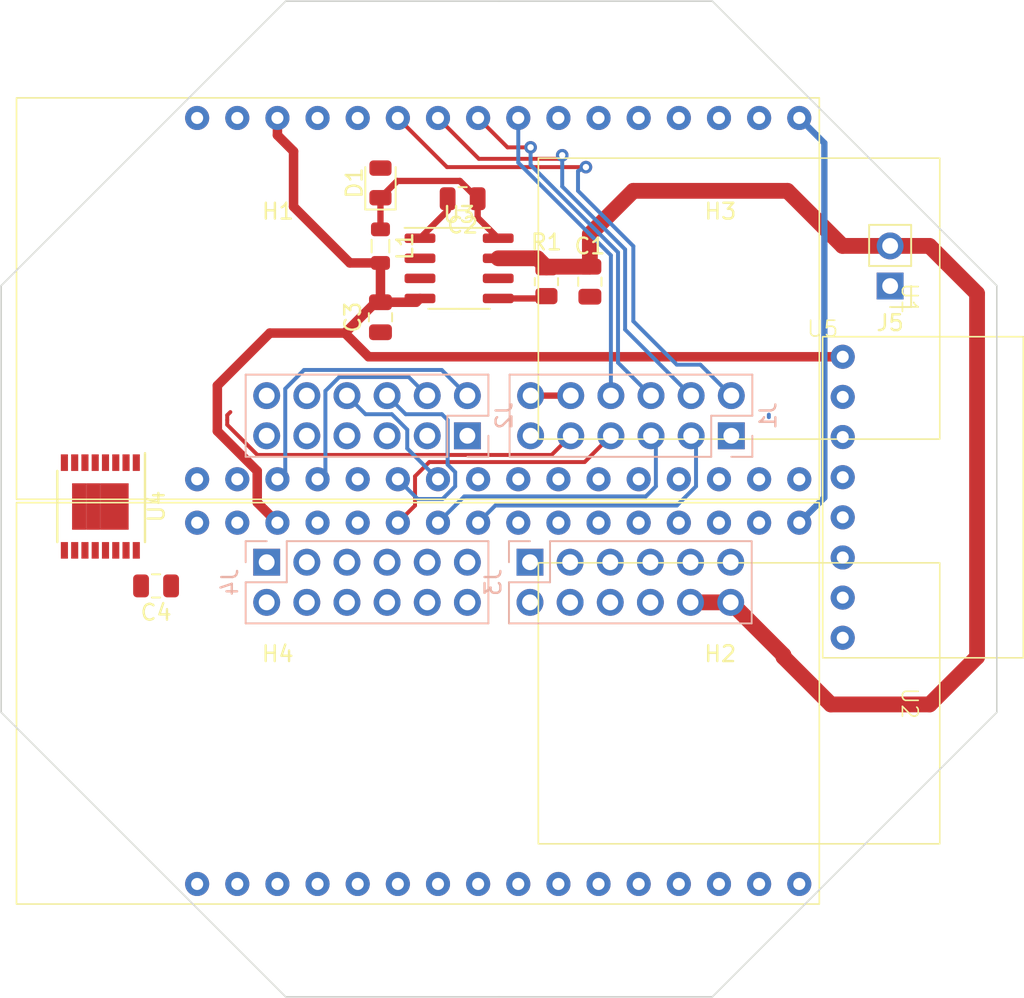
<source format=kicad_pcb>
(kicad_pcb (version 20221018) (generator pcbnew)
  (layers (0 "F.Cu" signal) (31 "B.Cu" signal) (34 "B.Paste" user) (35 "F.Paste" user) (36 "B.SilkS" user "B.Silkscreen") (37 "F.SilkS" user "F.Silkscreen") (38 "B.Mask" user) (39 "F.Mask" user) (44 "Edge.Cuts" user))
  (net 0 "")
  (net 1 "+12V")
  (net 2 "GND")
  (net 3 "Net-(D1-K)")
  (net 4 "Net-(U3-CB)")
  (net 5 "+5V")
  (net 6 "/INA_00")
  (net 7 "/EA_00")
  (net 8 "/INB_00")
  (net 9 "/EB_00")
  (net 10 "/INA_01")
  (net 11 "/EA_01")
  (net 12 "/INB_01")
  (net 13 "/EB_01")
  (net 14 "/SW_00")
  (net 15 "+3.3V")
  (net 16 "/SW_01")
  (net 17 "/INA_20")
  (net 18 "/EA_20")
  (net 19 "/INB_20")
  (net 20 "/EB_20")
  (net 21 "/INA_21")
  (net 22 "/EA_21")
  (net 23 "/INB_21")
  (net 24 "/EB_21")
  (net 25 "/SW_20")
  (net 26 "/SW_21")
  (net 27 "/INA_10")
  (net 28 "/EA_10")
  (net 29 "/INB_10")
  (net 30 "/EB_10")
  (net 31 "/INA_11")
  (net 32 "/EA_11")
  (net 33 "/INB_11")
  (net 34 "/EB_11")
  (net 35 "/SW_10")
  (net 36 "/SW_11")
  (net 37 "/INA_30")
  (net 38 "/EA_30")
  (net 39 "/INB_30")
  (net 40 "/EB_30")
  (net 41 "/INA_31")
  (net 42 "/EA_31")
  (net 43 "/INB_31")
  (net 44 "/EB_31")
  (net 45 "/SW_30")
  (net 46 "/SW_31")
  (net 47 "Net-(U3-ON{slash}~{OFF})")
  (net 48 "/SCL")
  (net 49 "/SDA")
  (net 56 "/GPIO15")
  (net 57 "/GPIO16")
  (net 58 "/GPIO17")
  (net 59 "/GPIO22")
  (net 60 "/GPIO23")
  (footprint "MountingHole:MountingHole_3.2mm_M3" (layer "F.Cu") (at 76.76 80.75)
    (fp_text reference "H1" (at 0 -4.2) (layer "F.SilkS"))
    (fp_text value "MountingHole")
    (pad "" np_thru_hole circle (at 0 0) (size 3.2 3.2) (drill 3.2) (layers "*.Cu" "*.Mask"))
  )
  (footprint "Inductor_SMD:L_0805_2012Metric" (layer "F.Cu") (at 83.25 78.75 -90)
    (fp_text reference "L1" (at 0 -1.55 90) (layer "F.SilkS"))
    (fp_text value "47uH")
    (fp_line (start -0.399622 -0.56) (end 0.399622 -0.56) (stroke (width 0.12)) (layer "F.SilkS"))
    (fp_line (start -0.399622 0.56) (end 0.399622 0.56) (stroke (width 0.12)) (layer "F.SilkS"))
    (pad "1" smd roundrect (at -1.0625 0 270) (size 0.875 1.2) (layers "F.Cu" "F.Paste" "F.Mask") (net 3 "Net-(D1-K)"))
    (pad "2" smd roundrect (at 1.0625 0 270) (size 0.875 1.2) (layers "F.Cu" "F.Paste" "F.Mask") (net 5 "+5V"))
  )
  (footprint "Connector_PinHeader_2.54mm:PinHeader_1x02_P2.54mm_Vertical" (layer "F.Cu") (at 115.5 81.275 180)
    (fp_text reference "J5" (at 0 -2.33) (layer "F.SilkS"))
    (fp_text value "Conn_01x02")
    (fp_line (start -1.33 -1.33) (end 0 -1.33) (stroke (width 0.12)) (layer "F.SilkS"))
    (fp_line (start -1.33 0) (end -1.33 -1.33) (stroke (width 0.12)) (layer "F.SilkS"))
    (fp_line (start -1.33 1.27) (end -1.33 3.87) (stroke (width 0.12)) (layer "F.SilkS"))
    (fp_line (start -1.33 1.27) (end 1.33 1.27) (stroke (width 0.12)) (layer "F.SilkS"))
    (fp_line (start -1.33 3.87) (end 1.33 3.87) (stroke (width 0.12)) (layer "F.SilkS"))
    (fp_line (start 1.33 1.27) (end 1.33 3.87) (stroke (width 0.12)) (layer "F.SilkS"))
    (pad "1" thru_hole rect (at 0 0 180) (size 1.7 1.7) (drill 1) (layers "*.Cu" "*.Mask") (net 2 "GND"))
    (pad "2" thru_hole oval (at 0 2.54 180) (size 1.7 1.7) (drill 1) (layers "*.Cu" "*.Mask") (net 1 "+12V"))
  )
  (footprint "Diode_SMD:D_0805_2012Metric" (layer "F.Cu") (at 83.25 74.75 90)
    (fp_text reference "D1" (at 0 -1.65 90) (layer "F.SilkS"))
    (fp_text value "D")
    (fp_line (start -1.685 -0.96) (end -1.685 0.96) (stroke (width 0.12)) (layer "F.SilkS"))
    (fp_line (start -1.685 0.96) (end 1 0.96) (stroke (width 0.12)) (layer "F.SilkS"))
    (fp_line (start 1 -0.96) (end -1.685 -0.96) (stroke (width 0.12)) (layer "F.SilkS"))
    (pad "1" smd roundrect (at -0.9375 0 90) (size 0.975 1.4) (layers "F.Cu" "F.Paste" "F.Mask") (net 3 "Net-(D1-K)"))
    (pad "2" smd roundrect (at 0.9375 0 90) (size 0.975 1.4) (layers "F.Cu" "F.Paste" "F.Mask") (net 2 "GND"))
  )
  (footprint "Capacitor_SMD:C_0805_2012Metric" (layer "F.Cu") (at 69.05 100.25 180)
    (fp_text reference "C4" (at 0 -1.68) (layer "F.SilkS"))
    (fp_text value "10uF")
    (fp_line (start -0.261252 -0.735) (end 0.261252 -0.735) (stroke (width 0.12)) (layer "F.SilkS"))
    (fp_line (start -0.261252 0.735) (end 0.261252 0.735) (stroke (width 0.12)) (layer "F.SilkS"))
    (pad "1" smd roundrect (at -0.95 0 180) (size 1 1.45) (layers "F.Cu" "F.Paste" "F.Mask") (net 2 "GND"))
    (pad "2" smd roundrect (at 0.95 0 180) (size 1 1.45) (layers "F.Cu" "F.Paste" "F.Mask") (net 5 "+5V"))
  )
  (footprint "Capacitor_SMD:C_0805_2012Metric" (layer "F.Cu") (at 83.25 83.25 -90)
    (fp_text reference "C3" (at 0 1.75 90) (layer "F.SilkS"))
    (fp_text value "68uF")
    (fp_line (start -0.261252 -0.735) (end 0.261252 -0.735) (stroke (width 0.12)) (layer "F.SilkS"))
    (fp_line (start -0.261252 0.735) (end 0.261252 0.735) (stroke (width 0.12)) (layer "F.SilkS"))
    (pad "1" smd roundrect (at -0.95 0 270) (size 1 1.45) (layers "F.Cu" "F.Paste" "F.Mask") (net 5 "+5V"))
    (pad "2" smd roundrect (at 0.95 0 270) (size 1 1.45) (layers "F.Cu" "F.Paste" "F.Mask") (net 2 "GND"))
  )
  (footprint "Package_SO:SOIC-8_3.9x4.9mm_P1.27mm" (layer "F.Cu") (at 88.225 80.155)
    (fp_text reference "U3" (at 0 -3.4) (layer "F.SilkS"))
    (fp_text value "LM2675M-5")
    (fp_line (start 0 -2.56) (end -3.45 -2.56) (stroke (width 0.12)) (layer "F.SilkS"))
    (fp_line (start 0 -2.56) (end 1.95 -2.56) (stroke (width 0.12)) (layer "F.SilkS"))
    (fp_line (start 0 2.56) (end -1.95 2.56) (stroke (width 0.12)) (layer "F.SilkS"))
    (fp_line (start 0 2.56) (end 1.95 2.56) (stroke (width 0.12)) (layer "F.SilkS"))
    (pad "1" smd roundrect (at -2.475 -1.905) (size 1.95 0.6) (layers "F.Cu" "F.Paste" "F.Mask") (net 4 "Net-(U3-CB)"))
    (pad "2" smd roundrect (at -2.475 -0.635) (size 1.95 0.6) (layers "F.Cu" "F.Paste" "F.Mask"))
    (pad "3" smd roundrect (at -2.475 0.635) (size 1.95 0.6) (layers "F.Cu" "F.Paste" "F.Mask"))
    (pad "4" smd roundrect (at -2.475 1.905) (size 1.95 0.6) (layers "F.Cu" "F.Paste" "F.Mask") (net 5 "+5V"))
    (pad "5" smd roundrect (at 2.475 1.905) (size 1.95 0.6) (layers "F.Cu" "F.Paste" "F.Mask") (net 47 "Net-(U3-ON{slash}~{OFF})"))
    (pad "6" smd roundrect (at 2.475 0.635) (size 1.95 0.6) (layers "F.Cu" "F.Paste" "F.Mask") (net 2 "GND"))
    (pad "7" smd roundrect (at 2.475 -0.635) (size 1.95 0.6) (layers "F.Cu" "F.Paste" "F.Mask") (net 1 "+12V"))
    (pad "8" smd roundrect (at 2.475 -1.905) (size 1.95 0.6) (layers "F.Cu" "F.Paste" "F.Mask") (net 3 "Net-(D1-K)"))
  )
  (footprint "Resistor_SMD:R_0805_2012Metric" (layer "F.Cu") (at 93.75 81 -90)
    (fp_text reference "R1" (at -2.5 0 -180) (layer "F.SilkS"))
    (fp_text value "5k")
    (fp_line (start -0.227064 -0.735) (end 0.227064 -0.735) (stroke (width 0.12)) (layer "F.SilkS"))
    (fp_line (start -0.227064 0.735) (end 0.227064 0.735) (stroke (width 0.12)) (layer "F.SilkS"))
    (pad "1" smd roundrect (at -0.9125 0 270) (size 1.025 1.4) (layers "F.Cu" "F.Paste" "F.Mask") (roundrect_rratio 0.243902) (net 1 "+12V"))
    (pad "2" smd roundrect (at 0.9125 0 270) (size 1.025 1.4) (layers "F.Cu" "F.Paste" "F.Mask") (roundrect_rratio 0.243902) (net 47 "Net-(U3-ON{slash}~{OFF})"))
  )
  (footprint "MountingHole:MountingHole_3.2mm_M3" (layer "F.Cu") (at 76.75 108.75)
    (fp_text reference "H4" (at 0 -4.2) (layer "F.SilkS"))
    (fp_text value "MountingHole")
    (pad "" np_thru_hole circle (at 0 0) (size 3.2 3.2) (drill 3.2) (layers "*.Cu" "*.Mask"))
  )
  (footprint "Capacitor_SMD:C_0805_2012Metric" (layer "F.Cu") (at 88.45 75.75 180)
    (fp_text reference "C2" (at 0 -1.68) (layer "F.SilkS"))
    (fp_text value "10nF")
    (fp_line (start -0.261252 -0.735) (end 0.261252 -0.735) (stroke (width 0.12)) (layer "F.SilkS"))
    (fp_line (start -0.261252 0.735) (end 0.261252 0.735) (stroke (width 0.12)) (layer "F.SilkS"))
    (pad "1" smd roundrect (at -0.95 0 180) (size 1 1.45) (layers "F.Cu" "F.Paste" "F.Mask") (net 3 "Net-(D1-K)"))
    (pad "2" smd roundrect (at 0.95 0 180) (size 1 1.45) (layers "F.Cu" "F.Paste" "F.Mask") (net 4 "Net-(U3-CB)"))
  )
  (footprint "Capacitor_SMD:C_0805_2012Metric" (layer "F.Cu") (at 96.5 81 -90)
    (fp_text reference "C1" (at -2.25 0 -180) (layer "F.SilkS"))
    (fp_text value "100uF")
    (fp_line (start -0.261252 -0.735) (end 0.261252 -0.735) (stroke (width 0.12)) (layer "F.SilkS"))
    (fp_line (start -0.261252 0.735) (end 0.261252 0.735) (stroke (width 0.12)) (layer "F.SilkS"))
    (pad "1" smd roundrect (at -0.95 0 270) (size 1 1.45) (layers "F.Cu" "F.Paste" "F.Mask") (net 1 "+12V"))
    (pad "2" smd roundrect (at 0.95 0 270) (size 1 1.45) (layers "F.Cu" "F.Paste" "F.Mask") (net 2 "GND"))
  )
  (footprint "MountingHole:MountingHole_3.2mm_M3" (layer "F.Cu") (at 104.75 108.75)
    (fp_text reference "H2" (at 0 -4.2) (layer "F.SilkS"))
    (fp_text value "MountingHole")
    (pad "" np_thru_hole circle (at 0 0) (size 3.2 3.2) (drill 3.2) (layers "*.Cu" "*.Mask"))
  )
  (footprint "MountingHole:MountingHole_3.2mm_M3" (layer "F.Cu") (at 104.76 80.75)
    (fp_text reference "H3" (at 0 -4.2) (layer "F.SilkS"))
    (fp_text value "MountingHole")
    (pad "" np_thru_hole circle (at 0 0) (size 3.2 3.2) (drill 3.2) (layers "*.Cu" "*.Mask"))
  )
  (footprint "Package_SO:TSSOP-16-1EP_4.4x5mm_P0.65mm" (layer "F.Cu") (at 65.525 95.225 -90)
    (fp_text reference "U4" (at 0 -3.55 90) (layer "F.SilkS"))
    (fp_text value "~")
    (fp_line (start -3.375 -2.825) (end 2.25 -2.825) (stroke (width 0.15)) (layer "F.SilkS"))
    (fp_line (start -2.25 2.725) (end 2.25 2.725) (stroke (width 0.15)) (layer "F.SilkS"))
    (pad "1" smd rect (at -2.775 -2.275 270) (size 1.05 0.45) (layers "F.Cu" "F.Paste" "F.Mask") (net 25 "/SW_20"))
    (pad "2" smd rect (at -2.775 -1.625 270) (size 1.05 0.45) (layers "F.Cu" "F.Paste" "F.Mask") (net 45 "/SW_30"))
    (pad "3" smd rect (at -2.775 -0.975 270) (size 1.05 0.45) (layers "F.Cu" "F.Paste" "F.Mask") (net 59 "/GPIO22"))
    (pad "4" smd rect (at -2.775 -0.325 270) (size 1.05 0.45) (layers "F.Cu" "F.Paste" "F.Mask") (net 46 "/SW_31"))
    (pad "5" smd rect (at -2.775 0.325 270) (size 1.05 0.45) (layers "F.Cu" "F.Paste" "F.Mask") (net 26 "/SW_21"))
    (pad "6" smd rect (at -2.775 0.975 270) (size 1.05 0.45) (layers "F.Cu" "F.Paste" "F.Mask") (net 2 "GND"))
    (pad "7" smd rect (at -2.775 1.625 270) (size 1.05 0.45) (layers "F.Cu" "F.Paste" "F.Mask") (net 2 "GND"))
    (pad "8" smd rect (at -2.775 2.275 270) (size 1.05 0.45) (layers "F.Cu" "F.Paste" "F.Mask") (net 2 "GND"))
    (pad "9" smd rect (at 2.775 2.275 270) (size 1.05 0.45) (layers "F.Cu" "F.Paste" "F.Mask") (net 58 "/GPIO17"))
    (pad "10" smd rect (at 2.775 1.625 270) (size 1.05 0.45) (layers "F.Cu" "F.Paste" "F.Mask") (net 56 "/GPIO15"))
    (pad "11" smd rect (at 2.775 0.975 270) (size 1.05 0.45) (layers "F.Cu" "F.Paste" "F.Mask") (net 60 "/GPIO23"))
    (pad "12" smd rect (at 2.775 0.325 270) (size 1.05 0.45) (layers "F.Cu" "F.Paste" "F.Mask") (net 36 "/SW_11"))
    (pad "13" smd rect (at 2.775 -0.325 270) (size 1.05 0.45) (layers "F.Cu" "F.Paste" "F.Mask") (net 14 "/SW_00"))
    (pad "14" smd rect (at 2.775 -0.975 270) (size 1.05 0.45) (layers "F.Cu" "F.Paste" "F.Mask") (net 16 "/SW_01"))
    (pad "15" smd rect (at 2.775 -1.625 270) (size 1.05 0.45) (layers "F.Cu" "F.Paste" "F.Mask") (net 35 "/SW_10"))
    (pad "16" smd rect (at 2.775 -2.275 270) (size 1.05 0.45) (layers "F.Cu" "F.Paste" "F.Mask") (net 5 "+5V"))
    (pad "17" smd rect (at -0.735 -1.3425 270) (size 1.47 0.895) (layers "F.Cu" "F.Paste" "F.Mask"))
    (pad "17" smd rect (at -0.735 -0.4475 270) (size 1.47 0.895) (layers "F.Cu" "F.Paste" "F.Mask"))
    (pad "17" smd rect (at -0.735 0.4475 270) (size 1.47 0.895) (layers "F.Cu" "F.Paste" "F.Mask"))
    (pad "17" smd rect (at -0.735 1.3425 270) (size 1.47 0.895) (layers "F.Cu" "F.Paste" "F.Mask"))
    (pad "17" smd rect (at 0.735 -1.3425 270) (size 1.47 0.895) (layers "F.Cu" "F.Paste" "F.Mask"))
    (pad "17" smd rect (at 0.735 -0.4475 270) (size 1.47 0.895) (layers "F.Cu" "F.Paste" "F.Mask"))
    (pad "17" smd rect (at 0.735 0.4475 270) (size 1.47 0.895) (layers "F.Cu" "F.Paste" "F.Mask"))
    (pad "17" smd rect (at 0.735 1.3425 270) (size 1.47 0.895) (layers "F.Cu" "F.Paste" "F.Mask"))
  )
  (footprint "Adafruit ESPs:ESP32-C6" (layer "F.Cu") (at 111.02 107.68 -90)
    (fp_text reference "U2" (at 0 -5.715 -90 unlocked) (layer "F.SilkS") (effects (font (thickness 0.1))))
    (fp_text value "~")
    (fp_rect (start -12.7 0) (end 12.7 50.8) (stroke (width 0.1)) (fill none) (layer "F.SilkS"))
    (fp_rect (start -8.89 -7.62) (end 8.89 17.78) (stroke (width 0.1)) (fill none) (layer "F.SilkS"))
    (pad "" thru_hole circle (at -11.43 39.37 270) (size 1.524 1.524) (drill 0.762) (layers "*.Cu" "*.Mask"))
    (pad "" thru_hole circle (at 11.43 39.37 270) (size 1.524 1.524) (drill 0.762) (layers "*.Cu" "*.Mask"))
    (pad "3V3" thru_hole circle (at -11.43 1.27 270) (size 1.524 1.524) (drill 0.762) (layers "*.Cu" "*.Mask") (net 15 "+3.3V"))
    (pad "5V" thru_hole circle (at -11.43 34.29 270) (size 1.524 1.524) (drill 0.762) (layers "*.Cu" "*.Mask") (net 5 "+5V"))
    (pad "GND" thru_hole circle (at -11.43 36.83 270) (size 1.524 1.524) (drill 0.762) (layers "*.Cu" "*.Mask") (net 2 "GND"))
    (pad "GND" thru_hole circle (at 11.43 1.27 270) (size 1.524 1.524) (drill 0.762) (layers "*.Cu" "*.Mask") (net 2 "GND"))
    (pad "GND" thru_hole circle (at 11.43 29.21 270) (size 1.524 1.524) (drill 0.762) (layers "*.Cu" "*.Mask") (net 2 "GND"))
    (pad "GND" thru_hole circle (at 11.43 36.83 270) (size 1.524 1.524) (drill 0.762) (layers "*.Cu" "*.Mask") (net 2 "GND"))
    (pad "GPIO0" thru_hole circle (at -11.43 16.51 270) (size 1.524 1.524) (drill 0.762) (layers "*.Cu" "*.Mask") (net 33 "/INB_11"))
    (pad "GPIO1" thru_hole circle (at -11.43 19.05 270) (size 1.524 1.524) (drill 0.762) (layers "*.Cu" "*.Mask") (net 6 "/INA_00"))
    (pad "GPIO2" thru_hole circle (at -11.43 29.21 270) (size 1.524 1.524) (drill 0.762) (layers "*.Cu" "*.Mask") (net 48 "/SCL"))
    (pad "GPIO3" thru_hole circle (at -11.43 31.75 270) (size 1.524 1.524) (drill 0.762) (layers "*.Cu" "*.Mask") (net 49 "/SDA"))
    (pad "GPIO4" thru_hole circle (at -11.43 6.35 270) (size 1.524 1.524) (drill 0.762) (layers "*.Cu" "*.Mask") (net 23 "/INB_21"))
    (pad "GPIO5" thru_hole circle (at -11.43 8.89 270) (size 1.524 1.524) (drill 0.762) (layers "*.Cu" "*.Mask") (net 27 "/INA_10"))
    (pad "GPIO6" thru_hole circle (at -11.43 11.43 270) (size 1.524 1.524) (drill 0.762) (layers "*.Cu" "*.Mask") (net 29 "/INB_10"))
    (pad "GPIO7" thru_hole circle (at -11.43 13.97 270) (size 1.524 1.524) (drill 0.762) (layers "*.Cu" "*.Mask") (net 31 "/INA_11"))
    (pad "GPIO8" thru_hole circle (at -11.43 21.59 270) (size 1.524 1.524) (drill 0.762) (layers "*.Cu" "*.Mask") (net 8 "/INB_00"))
    (pad "GPIO9" thru_hole circle (at 11.43 26.67 270) (size 1.524 1.524) (drill 0.762) (layers "*.Cu" "*.Mask") (net 21 "/INA_21"))
    (pad "GPIO10" thru_hole circle (at -11.43 24.13 270) (size 1.524 1.524) (drill 0.762) (layers "*.Cu" "*.Mask") (net 10 "/INA_01"))
    (pad "GPIO11" thru_hole circle (at -11.43 26.67 270) (size 1.524 1.524) (drill 0.762) (layers "*.Cu" "*.Mask") (net 12 "/INB_01"))
    (pad "GPIO12" thru_hole circle (at 11.43 34.29 270) (size 1.524 1.524) (drill 0.762) (layers "*.Cu" "*.Mask") (net 17 "/INA_20"))
    (pad "GPIO13" thru_hole circle (at 11.43 31.75 270) (size 1.524 1.524) (drill 0.762) (layers "*.Cu" "*.Mask") (net 19 "/INB_20"))
    (pad "GPIO15" thru_hole circle (at 11.43 8.89 270) (size 1.524 1.524) (drill 0.762) (layers "*.Cu" "*.Mask") (net 56 "/GPIO15"))
    (pad "GPIO16" thru_hole circle (at 11.43 3.81 270) (size 1.524 1.524) (drill 0.762) (layers "*.Cu" "*.Mask") (net 57 "/GPIO16"))
    (pad "GPIO17" thru_hole circle (at 11.43 6.35 270) (size 1.524 1.524) (drill 0.762) (layers "*.Cu" "*.Mask") (net 58 "/GPIO17"))
    (pad "GPIO18" thru_hole circle (at 11.43 24.13 270) (size 1.524 1.524) (drill 0.762) (layers "*.Cu" "*.Mask") (net 37 "/INA_30"))
    (pad "GPIO19" thru_hole circle (at 11.43 21.59 270) (size 1.524 1.524) (drill 0.762) (layers "*.Cu" "*.Mask") (net 39 "/INB_30"))
    (pad "GPIO20" thru_hole circle (at 11.43 19.05 270) (size 1.524 1.524) (drill 0.762) (layers "*.Cu" "*.Mask") (net 41 "/INA_31"))
    (pad "GPIO21" thru_hole circle (at 11.43 16.51 270) (size 1.524 1.524) (drill 0.762) (layers "*.Cu" "*.Mask") (net 43 "/INB_31"))
    (pad "GPIO22" thru_hole circle (at 11.43 13.97 270) (size 1.524 1.524) (drill 0.762) (layers "*.Cu" "*.Mask") (net 59 "/GPIO22"))
    (pad "GPIO23" thru_hole circle (at 11.43 11.43 270) (size 1.524 1.524) (drill 0.762) (layers "*.Cu" "*.Mask") (net 60 "/GPIO23"))
    (pad "RST" thru_hole circle (at -11.43 3.81 270) (size 1.524 1.524) (drill 0.762) (layers "*.Cu" "*.Mask"))
  )
  (footprint "Adafruit ESPs:ESP32-C6" (layer "F.Cu") (at 111.02 82.07 -90)
    (fp_text reference "U1" (at 0 -5.715 -90 unlocked) (layer "F.SilkS") (effects (font (thickness 0.1))))
    (fp_text value "~")
    (fp_rect (start -12.7 0) (end 12.7 50.8) (stroke (width 0.1)) (fill none) (layer "F.SilkS"))
    (fp_rect (start -8.89 -7.62) (end 8.89 17.78) (stroke (width 0.1)) (fill none) (layer "F.SilkS"))
    (pad "" thru_hole circle (at -11.43 39.37 270) (size 1.524 1.524) (drill 0.762) (layers "*.Cu" "*.Mask"))
    (pad "" thru_hole circle (at 11.43 39.37 270) (size 1.524 1.524) (drill 0.762) (layers "*.Cu" "*.Mask"))
    (pad "3V3" thru_hole circle (at -11.43 1.27 270) (size 1.524 1.524) (drill 0.762) (layers "*.Cu" "*.Mask") (net 15 "+3.3V"))
    (pad "5V" thru_hole circle (at -11.43 34.29 270) (size 1.524 1.524) (drill 0.762) (layers "*.Cu" "*.Mask") (net 5 "+5V"))
    (pad "GND" thru_hole circle (at -11.43 36.83 270) (size 1.524 1.524) (drill 0.762) (layers "*.Cu" "*.Mask") (net 2 "GND"))
    (pad "GND" thru_hole circle (at 11.43 1.27 270) (size 1.524 1.524) (drill 0.762) (layers "*.Cu" "*.Mask") (net 2 "GND"))
    (pad "GND" thru_hole circle (at 11.43 29.21 270) (size 1.524 1.524) (drill 0.762) (layers "*.Cu" "*.Mask") (net 2 "GND"))
    (pad "GND" thru_hole circle (at 11.43 36.83 270) (size 1.524 1.524) (drill 0.762) (layers "*.Cu" "*.Mask") (net 2 "GND"))
    (pad "GPIO0" thru_hole circle (at -11.43 16.51 270) (size 1.524 1.524) (drill 0.762) (layers "*.Cu" "*.Mask") (net 28 "/EA_10"))
    (pad "GPIO1" thru_hole circle (at -11.43 19.05 270) (size 1.524 1.524) (drill 0.762) (layers "*.Cu" "*.Mask") (net 13 "/EB_01"))
    (pad "GPIO2" thru_hole circle (at -11.43 29.21 270) (size 1.524 1.524) (drill 0.762) (layers "*.Cu" "*.Mask") (net 48 "/SCL"))
    (pad "GPIO3" thru_hole circle (at -11.43 31.75 270) (size 1.524 1.524) (drill 0.762) (layers "*.Cu" "*.Mask") (net 49 "/SDA"))
    (pad "GPIO4" thru_hole circle (at -11.43 6.35 270) (size 1.524 1.524) (drill 0.762) (layers "*.Cu" "*.Mask"))
    (pad "GPIO5" thru_hole circle (at -11.43 8.89 270) (size 1.524 1.524) (drill 0.762) (layers "*.Cu" "*.Mask") (net 34 "/EB_11"))
    (pad "GPIO6" thru_hole circle (at -11.43 11.43 270) (size 1.524 1.524) (drill 0.762) (layers "*.Cu" "*.Mask") (net 32 "/EA_11"))
    (pad "GPIO7" thru_hole circle (at -11.43 13.97 270) (size 1.524 1.524) (drill 0.762) (layers "*.Cu" "*.Mask") (net 30 "/EB_10"))
    (pad "GPIO8" thru_hole circle (at -11.43 21.59 270) (size 1.524 1.524) (drill 0.762) (layers "*.Cu" "*.Mask") (net 11 "/EA_01"))
    (pad "GPIO9" thru_hole circle (at 11.43 26.67 270) (size 1.524 1.524) (drill 0.762) (layers "*.Cu" "*.Mask") (net 22 "/EA_21"))
    (pad "GPIO10" thru_hole circle (at -11.43 24.13 270) (size 1.524 1.524) (drill 0.762) (layers "*.Cu" "*.Mask") (net 9 "/EB_00"))
    (pad "GPIO11" thru_hole circle (at -11.43 26.67 270) (size 1.524 1.524) (drill 0.762) (layers "*.Cu" "*.Mask") (net 7 "/EA_00"))
    (pad "GPIO12" thru_hole circle (at 11.43 34.29 270) (size 1.524 1.524) (drill 0.762) (layers "*.Cu" "*.Mask") (net 18 "/EA_20"))
    (pad "GPIO13" thru_hole circle (at 11.43 31.75 270) (size 1.524 1.524) (drill 0.762) (layers "*.Cu" "*.Mask") (net 20 "/EB_20"))
    (pad "GPIO15" thru_hole circle (at 11.43 8.89 270) (size 1.524 1.524) (drill 0.762) (layers "*.Cu" "*.Mask"))
    (pad "GPIO16" thru_hole circle (at 11.43 3.81 270) (size 1.524 1.524) (drill 0.762) (layers "*.Cu" "*.Mask"))
    (pad "GPIO17" thru_hole circle (at 11.43 6.35 270) (size 1.524 1.524) (drill 0.762) (layers "*.Cu" "*.Mask"))
    (pad "GPIO18" thru_hole circle (at 11.43 24.13 270) (size 1.524 1.524) (drill 0.762) (layers "*.Cu" "*.Mask") (net 24 "/EB_21"))
    (pad "GPIO19" thru_hole circle (at 11.43 21.59 270) (size 1.524 1.524) (drill 0.762) (layers "*.Cu" "*.Mask") (net 38 "/EA_30"))
    (pad "GPIO20" thru_hole circle (at 11.43 19.05 270) (size 1.524 1.524) (drill 0.762) (layers "*.Cu" "*.Mask") (net 40 "/EB_30"))
    (pad "GPIO21" thru_hole circle (at 11.43 16.51 270) (size 1.524 1.524) (drill 0.762) (layers "*.Cu" "*.Mask") (net 42 "/EA_31"))
    (pad "GPIO22" thru_hole circle (at 11.43 13.97 270) (size 1.524 1.524) (drill 0.762) (layers "*.Cu" "*.Mask") (net 44 "/EB_31"))
    (pad "GPIO23" thru_hole circle (at 11.43 11.43 270) (size 1.524 1.524) (drill 0.762) (layers "*.Cu" "*.Mask"))
    (pad "RST" thru_hole circle (at -11.43 3.81 270) (size 1.524 1.524) (drill 0.762) (layers "*.Cu" "*.Mask"))
  )
  (footprint "Adafruit_Sensors:BNO055" (layer "F.Cu") (at 111.23 84.48)
    (fp_text reference "U5" (at 0 -0.5 unlocked) (layer "F.SilkS") (effects (font (thickness 0.1))))
    (fp_text value "~")
    (fp_rect (start 0 0) (end 12.7 20.32) (stroke (width 0.1)) (fill none) (layer "F.SilkS"))
    (pad "ADC" thru_hole circle (at 1.27 11.43) (size 1.524 1.524) (drill 0.762) (layers "*.Cu" "*.Mask"))
    (pad "BOOT" thru_hole circle (at 1.27 16.51) (size 1.524 1.524) (drill 0.762) (layers "*.Cu" "*.Mask"))
    (pad "GND" thru_hole circle (at 1.27 3.81) (size 1.524 1.524) (drill 0.762) (layers "*.Cu" "*.Mask") (net 2 "GND"))
    (pad "INT" thru_hole circle (at 1.27 13.97) (size 1.524 1.524) (drill 0.762) (layers "*.Cu" "*.Mask"))
    (pad "RST" thru_hole circle (at 1.27 19.05) (size 1.524 1.524) (drill 0.762) (layers "*.Cu" "*.Mask"))
    (pad "SCL" thru_hole circle (at 1.27 6.35) (size 1.524 1.524) (drill 0.762) (layers "*.Cu" "*.Mask") (net 48 "/SCL"))
    (pad "SDA" thru_hole circle (at 1.27 8.89) (size 1.524 1.524) (drill 0.762) (layers "*.Cu" "*.Mask") (net 49 "/SDA"))
    (pad "VIN" thru_hole circle (at 1.27 1.27) (size 1.524 1.524) (drill 0.762) (layers "*.Cu" "*.Mask") (net 5 "+5V"))
  )
  (footprint "Connector_PinHeader_2.54mm:PinHeader_2x06_P2.54mm_Vertical" (layer "B.Cu") (at 88.75 90.75 90)
    (fp_text reference "J2" (at 1.27 2.33 90) (layer "B.SilkS") (effects (justify mirror)))
    (fp_text value "Conn_02x06_Odd_Even")
    (fp_line (start -1.33 -14.03) (end 3.87 -14.03) (stroke (width 0.12)) (layer "B.SilkS"))
    (fp_line (start -1.33 -1.27) (end -1.33 -14.03) (stroke (width 0.12)) (layer "B.SilkS"))
    (fp_line (start -1.33 -1.27) (end 1.27 -1.27) (stroke (width 0.12)) (layer "B.SilkS"))
    (fp_line (start -1.33 0) (end -1.33 1.33) (stroke (width 0.12)) (layer "B.SilkS"))
    (fp_line (start -1.33 1.33) (end 0 1.33) (stroke (width 0.12)) (layer "B.SilkS"))
    (fp_line (start 1.27 -1.27) (end 1.27 1.33) (stroke (width 0.12)) (layer "B.SilkS"))
    (fp_line (start 1.27 1.33) (end 3.87 1.33) (stroke (width 0.12)) (layer "B.SilkS"))
    (fp_line (start 3.87 1.33) (end 3.87 -14.03) (stroke (width 0.12)) (layer "B.SilkS"))
    (pad "1" thru_hole rect (at 0 0 90) (size 1.7 1.7) (drill 1) (layers "*.Cu" "*.Mask") (net 17 "/INA_20"))
    (pad "2" thru_hole oval (at 2.54 0 90) (size 1.7 1.7) (drill 1) (layers "*.Cu" "*.Mask") (net 18 "/EA_20"))
    (pad "3" thru_hole oval (at 0 -2.54 90) (size 1.7 1.7) (drill 1) (layers "*.Cu" "*.Mask") (net 19 "/INB_20"))
    (pad "4" thru_hole oval (at 2.54 -2.54 90) (size 1.7 1.7) (drill 1) (layers "*.Cu" "*.Mask") (net 20 "/EB_20"))
    (pad "5" thru_hole oval (at 0 -5.08 90) (size 1.7 1.7) (drill 1) (layers "*.Cu" "*.Mask") (net 21 "/INA_21"))
    (pad "6" thru_hole oval (at 2.54 -5.08 90) (size 1.7 1.7) (drill 1) (layers "*.Cu" "*.Mask") (net 22 "/EA_21"))
    (pad "7" thru_hole oval (at 0 -7.62 90) (size 1.7 1.7) (drill 1) (layers "*.Cu" "*.Mask") (net 23 "/INB_21"))
    (pad "8" thru_hole oval (at 2.54 -7.62 90) (size 1.7 1.7) (drill 1) (layers "*.Cu" "*.Mask") (net 24 "/EB_21"))
    (pad "9" thru_hole oval (at 0 -10.16 90) (size 1.7 1.7) (drill 1) (layers "*.Cu" "*.Mask") (net 25 "/SW_20"))
    (pad "10" thru_hole oval (at 2.54 -10.16 90) (size 1.7 1.7) (drill 1) (layers "*.Cu" "*.Mask") (net 2 "GND"))
    (pad "11" thru_hole oval (at 0 -12.7 90) (size 1.7 1.7) (drill 1) (layers "*.Cu" "*.Mask") (net 26 "/SW_21"))
    (pad "12" thru_hole oval (at 2.54 -12.7 90) (size 1.7 1.7) (drill 1) (layers "*.Cu" "*.Mask") (net 2 "GND"))
  )
  (footprint "Connector_PinHeader_2.54mm:PinHeader_2x06_P2.54mm_Vertical" (layer "B.Cu") (at 76.05 98.75 -90)
    (fp_text reference "J4" (at 1.27 2.33 90) (layer "B.SilkS") (effects (justify mirror)))
    (fp_text value "Conn_02x06_Odd_Even")
    (fp_line (start -1.33 -14.03) (end 3.87 -14.03) (stroke (width 0.12)) (layer "B.SilkS"))
    (fp_line (start -1.33 -1.27) (end -1.33 -14.03) (stroke (width 0.12)) (layer "B.SilkS"))
    (fp_line (start -1.33 -1.27) (end 1.27 -1.27) (stroke (width 0.12)) (layer "B.SilkS"))
    (fp_line (start -1.33 0) (end -1.33 1.33) (stroke (width 0.12)) (layer "B.SilkS"))
    (fp_line (start -1.33 1.33) (end 0 1.33) (stroke (width 0.12)) (layer "B.SilkS"))
    (fp_line (start 1.27 -1.27) (end 1.27 1.33) (stroke (width 0.12)) (layer "B.SilkS"))
    (fp_line (start 1.27 1.33) (end 3.87 1.33) (stroke (width 0.12)) (layer "B.SilkS"))
    (fp_line (start 3.87 1.33) (end 3.87 -14.03) (stroke (width 0.12)) (layer "B.SilkS"))
    (pad "1" thru_hole rect (at 0 0 270) (size 1.7 1.7) (drill 1) (layers "*.Cu" "*.Mask") (net 37 "/INA_30"))
    (pad "2" thru_hole oval (at 2.54 0 270) (size 1.7 1.7) (drill 1) (layers "*.Cu" "*.Mask") (net 38 "/EA_30"))
    (pad "3" thru_hole oval (at 0 -2.54 270) (size 1.7 1.7) (drill 1) (layers "*.Cu" "*.Mask") (net 39 "/INB_30"))
    (pad "4" thru_hole oval (at 2.54 -2.54 270) (size 1.7 1.7) (drill 1) (layers "*.Cu" "*.Mask") (net 40 "/EB_30"))
    (pad "5" thru_hole oval (at 0 -5.08 270) (size 1.7 1.7) (drill 1) (layers "*.Cu" "*.Mask") (net 41 "/INA_31"))
    (pad "6" thru_hole oval (at 2.54 -5.08 270) (size 1.7 1.7) (drill 1) (layers "*.Cu" "*.Mask") (net 42 "/EA_31"))
    (pad "7" thru_hole oval (at 0 -7.62 270) (size 1.7 1.7) (drill 1) (layers "*.Cu" "*.Mask") (net 43 "/INB_31"))
    (pad "8" thru_hole oval (at 2.54 -7.62 270) (size 1.7 1.7) (drill 1) (layers "*.Cu" "*.Mask") (net 44 "/EB_31"))
    (pad "9" thru_hole oval (at 0 -10.16 270) (size 1.7 1.7) (drill 1) (layers "*.Cu" "*.Mask") (net 45 "/SW_30"))
    (pad "10" thru_hole oval (at 2.54 -10.16 270) (size 1.7 1.7) (drill 1) (layers "*.Cu" "*.Mask") (net 2 "GND"))
    (pad "11" thru_hole oval (at 0 -12.7 270) (size 1.7 1.7) (drill 1) (layers "*.Cu" "*.Mask") (net 46 "/SW_31"))
    (pad "12" thru_hole oval (at 2.54 -12.7 270) (size 1.7 1.7) (drill 1) (layers "*.Cu" "*.Mask") (net 2 "GND"))
  )
  (footprint "Connector_PinHeader_2.54mm:PinHeader_2x06_P2.54mm_Vertical" (layer "B.Cu") (at 92.71 98.75 -90)
    (fp_text reference "J3" (at 1.27 2.33 90) (layer "B.SilkS") (effects (justify mirror)))
    (fp_text value "Conn_02x06_Odd_Even")
    (fp_line (start -1.33 -14.03) (end 3.87 -14.03) (stroke (width 0.12)) (layer "B.SilkS"))
    (fp_line (start -1.33 -1.27) (end -1.33 -14.03) (stroke (width 0.12)) (layer "B.SilkS"))
    (fp_line (start -1.33 -1.27) (end 1.27 -1.27) (stroke (width 0.12)) (layer "B.SilkS"))
    (fp_line (start -1.33 0) (end -1.33 1.33) (stroke (width 0.12)) (layer "B.SilkS"))
    (fp_line (start -1.33 1.33) (end 0 1.33) (stroke (width 0.12)) (layer "B.SilkS"))
    (fp_line (start 1.27 -1.27) (end 1.27 1.33) (stroke (width 0.12)) (layer "B.SilkS"))
    (fp_line (start 1.27 1.33) (end 3.87 1.33) (stroke (width 0.12)) (layer "B.SilkS"))
    (fp_line (start 3.87 1.33) (end 3.87 -14.03) (stroke (width 0.12)) (layer "B.SilkS"))
    (pad "1" thru_hole rect (at 0 0 270) (size 1.7 1.7) (drill 1) (layers "*.Cu" "*.Mask") (net 27 "/INA_10"))
    (pad "2" thru_hole oval (at 2.54 0 270) (size 1.7 1.7) (drill 1) (layers "*.Cu" "*.Mask") (net 28 "/EA_10"))
    (pad "3" thru_hole oval (at 0 -2.54 270) (size 1.7 1.7) (drill 1) (layers "*.Cu" "*.Mask") (net 29 "/INB_10"))
    (pad "4" thru_hole oval (at 2.54 -2.54 270) (size 1.7 1.7) (drill 1) (layers "*.Cu" "*.Mask") (net 30 "/EB_10"))
    (pad "5" thru_hole oval (at 0 -5.08 270) (size 1.7 1.7) (drill 1) (layers "*.Cu" "*.Mask") (net 31 "/INA_11"))
    (pad "6" thru_hole oval (at 2.54 -5.08 270) (size 1.7 1.7) (drill 1) (layers "*.Cu" "*.Mask") (net 32 "/EA_11"))
    (pad "7" thru_hole oval (at 0 -7.62 270) (size 1.7 1.7) (drill 1) (layers "*.Cu" "*.Mask") (net 33 "/INB_11"))
    (pad "8" thru_hole oval (at 2.54 -7.62 270) (size 1.7 1.7) (drill 1) (layers "*.Cu" "*.Mask") (net 34 "/EB_11"))
    (pad "9" thru_hole oval (at 0 -10.16 270) (size 1.7 1.7) (drill 1) (layers "*.Cu" "*.Mask") (net 35 "/SW_10"))
    (pad "10" thru_hole oval (at 2.54 -10.16 270) (size 1.7 1.7) (drill 1) (layers "*.Cu" "*.Mask") (net 1 "+12V"))
    (pad "11" thru_hole oval (at 0 -12.7 270) (size 1.7 1.7) (drill 1) (layers "*.Cu" "*.Mask") (net 36 "/SW_11"))
    (pad "12" thru_hole oval (at 2.54 -12.7 270) (size 1.7 1.7) (drill 1) (layers "*.Cu" "*.Mask") (net 1 "+12V"))
  )
  (footprint "Connector_PinHeader_2.54mm:PinHeader_2x06_P2.54mm_Vertical" (layer "B.Cu") (at 105.45 90.75 90)
    (fp_text reference "J1" (at 1.27 2.33 90) (layer "B.SilkS") (effects (justify mirror)))
    (fp_text value "Conn_02x06_Odd_Even")
    (fp_line (start -1.33 -14.03) (end 3.87 -14.03) (stroke (width 0.12)) (layer "B.SilkS"))
    (fp_line (start -1.33 -1.27) (end -1.33 -14.03) (stroke (width 0.12)) (layer "B.SilkS"))
    (fp_line (start -1.33 -1.27) (end 1.27 -1.27) (stroke (width 0.12)) (layer "B.SilkS"))
    (fp_line (start -1.33 0) (end -1.33 1.33) (stroke (width 0.12)) (layer "B.SilkS"))
    (fp_line (start -1.33 1.33) (end 0 1.33) (stroke (width 0.12)) (layer "B.SilkS"))
    (fp_line (start 1.27 -1.27) (end 1.27 1.33) (stroke (width 0.12)) (layer "B.SilkS"))
    (fp_line (start 1.27 1.33) (end 3.87 1.33) (stroke (width 0.12)) (layer "B.SilkS"))
    (fp_line (start 3.87 1.33) (end 3.87 -14.03) (stroke (width 0.12)) (layer "B.SilkS"))
    (pad "1" thru_hole rect (at 0 0 90) (size 1.7 1.7) (drill 1) (layers "*.Cu" "*.Mask") (net 6 "/INA_00"))
    (pad "2" thru_hole oval (at 2.54 0 90) (size 1.7 1.7) (drill 1) (layers "*.Cu" "*.Mask") (net 7 "/EA_00"))
    (pad "3" thru_hole oval (at 0 -2.54 90) (size 1.7 1.7) (drill 1) (layers "*.Cu" "*.Mask") (net 8 "/INB_00"))
    (pad "4" thru_hole oval (at 2.54 -2.54 90) (size 1.7 1.7) (drill 1) (layers "*.Cu" "*.Mask") (net 9 "/EB_00"))
    (pad "5" thru_hole oval (at 0 -5.08 90) (size 1.7 1.7) (drill 1) (layers "*.Cu" "*.Mask") (net 10 "/INA_01"))
    (pad "6" thru_hole oval (at 2.54 -5.08 90) (size 1.7 1.7) (drill 1) (layers "*.Cu" "*.Mask") (net 11 "/EA_01"))
    (pad "7" thru_hole oval (at 0 -7.62 90) (size 1.7 1.7) (drill 1) (layers "*.Cu" "*.Mask") (net 12 "/INB_01"))
    (pad "8" thru_hole oval (at 2.54 -7.62 90) (size 1.7 1.7) (drill 1) (layers "*.Cu" "*.Mask") (net 13 "/EB_01"))
    (pad "9" thru_hole oval (at 0 -10.16 90) (size 1.7 1.7) (drill 1) (layers "*.Cu" "*.Mask") (net 14 "/SW_00"))
    (pad "10" thru_hole oval (at 2.54 -10.16 90) (size 1.7 1.7) (drill 1) (layers "*.Cu" "*.Mask") (net 15 "+3.3V"))
    (pad "11" thru_hole oval (at 0 -12.7 90) (size 1.7 1.7) (drill 1) (layers "*.Cu" "*.Mask") (net 16 "/SW_01"))
    (pad "12" thru_hole oval (at 2.54 -12.7 90) (size 1.7 1.7) (drill 1) (layers "*.Cu" "*.Mask") (net 15 "+3.3V"))
  )
  (gr_line (start 104.25 126.25) (end 122.25 108.25) (stroke (width 0.1)) (layer "Edge.Cuts"))
  (gr_line (start 122.25 94.75) (end 122.25 108.25) (stroke (width 0.1)) (layer "Edge.Cuts"))
  (gr_line (start 90.75 63.25) (end 104.25 63.25) (stroke (width 0.1)) (layer "Edge.Cuts"))
  (gr_line (start 77.25 126.25) (end 59.25 108.25) (stroke (width 0.1)) (layer "Edge.Cuts"))
  (gr_line (start 90.75 126.25) (end 104.25 126.25) (stroke (width 0.1)) (layer "Edge.Cuts"))
  (gr_line (start 104.25 63.25) (end 122.25 81.25) (stroke (width 0.1)) (layer "Edge.Cuts"))
  (gr_line (start 90.75 126.25) (end 77.25 126.25) (stroke (width 0.1)) (layer "Edge.Cuts"))
  (gr_line (start 122.25 94.75) (end 122.25 81.25) (stroke (width 0.1)) (layer "Edge.Cuts"))
  (gr_line (start 59.25 94.75) (end 59.25 81.25) (stroke (width 0.1)) (layer "Edge.Cuts"))
  (gr_line (start 90.75 63.25) (end 77.25 63.25) (stroke (width 0.1)) (layer "Edge.Cuts"))
  (gr_line (start 59.25 94.75) (end 59.25 108.25) (stroke (width 0.1)) (layer "Edge.Cuts"))
  (gr_line (start 59.25 81.25) (end 77.25 63.25) (stroke (width 0.1)) (layer "Edge.Cuts"))
  (segment (start 118 107.75) (end 111.75 107.75) (width 1) (layer "F.Cu") (net 1))
  (segment (start 93.75 80.0875) (end 93.1825 79.52) (width 1) (layer "F.Cu") (net 1))
  (segment (start 105.41 101.29) (end 102.87 101.29) (width 1) (layer "F.Cu") (net 1))
  (segment (start 108.75 104.63) (end 105.41 101.29) (width 1) (layer "F.Cu") (net 1))
  (segment (start 96.5 80.05) (end 93.7875 80.05) (width 1) (layer "F.Cu") (net 1))
  (segment (start 93.1825 79.52) (end 90.7 79.52) (width 1) (layer "F.Cu") (net 1))
  (segment (start 121 104.75) (end 118 107.75) (width 1) (layer "F.Cu") (net 1))
  (segment (start 117.985 78.735) (end 121 81.75) (width 1) (layer "F.Cu") (net 1))
  (segment (start 108.75 104.75) (end 108.75 104.63) (width 1) (layer "F.Cu") (net 1))
  (segment (start 96.5 78) (end 96.5 80.05) (width 1) (layer "F.Cu") (net 1))
  (segment (start 112.485 78.735) (end 109 75.25) (width 1) (layer "F.Cu") (net 1))
  (segment (start 121 81.75) (end 121 104.75) (width 1) (layer "F.Cu") (net 1))
  (segment (start 99.25 75.25) (end 96.5 78) (width 1) (layer "F.Cu") (net 1))
  (segment (start 111.75 107.75) (end 108.75 104.75) (width 1) (layer "F.Cu") (net 1))
  (segment (start 93.7875 80.05) (end 93.75 80.0875) (width 1) (layer "F.Cu") (net 1))
  (segment (start 115.5 78.735) (end 112.485 78.735) (width 1) (layer "F.Cu") (net 1))
  (segment (start 115.5 78.735) (end 117.985 78.735) (width 1) (layer "F.Cu") (net 1))
  (segment (start 109 75.25) (end 99.25 75.25) (width 1) (layer "F.Cu") (net 1))
  (segment (start 89.4 75.75) (end 89.4 76.95) (width 0.4) (layer "F.Cu") (net 3))
  (segment (start 83.25 75.6875) (end 84.3125 74.625) (width 0.4) (layer "F.Cu") (net 3))
  (segment (start 88.275 74.625) (end 89.4 75.75) (width 0.4) (layer "F.Cu") (net 3))
  (segment (start 83.25 75.6875) (end 83.25 77.6875) (width 0.4) (layer "F.Cu") (net 3))
  (segment (start 84.3125 74.625) (end 88.275 74.625) (width 0.4) (layer "F.Cu") (net 3))
  (segment (start 89.4 76.95) (end 90.7 78.25) (width 0.4) (layer "F.Cu") (net 3))
  (segment (start 87.5 75.75) (end 87.5 76.5) (width 0.4) (layer "F.Cu") (net 4))
  (segment (start 87.5 76.5) (end 85.75 78.25) (width 0.4) (layer "F.Cu") (net 4))
  (segment (start 75.452 92.977262) (end 75.452 94.972) (width 0.6) (layer "F.Cu") (net 5))
  (segment (start 77.75 76.25) (end 77.75 72.75) (width 0.6) (layer "F.Cu") (net 5))
  (segment (start 83.25 79.8125) (end 83.25 82.3) (width 0.6) (layer "F.Cu") (net 5))
  (segment (start 75.452 94.972) (end 76.73 96.25) (width 0.6) (layer "F.Cu") (net 5))
  (segment (start 85.51 82.3) (end 85.75 82.06) (width 0.6) (layer "F.Cu") (net 5))
  (segment (start 72.928 90.453262) (end 75.452 92.977262) (width 0.6) (layer "F.Cu") (net 5))
  (segment (start 81.3125 79.8125) (end 77.75 76.25) (width 0.6) (layer "F.Cu") (net 5))
  (segment (start 76.25 84.25) (end 72.928 87.572) (width 0.6) (layer "F.Cu") (net 5))
  (segment (start 81 84.25) (end 76.25 84.25) (width 0.6) (layer "F.Cu") (net 5))
  (segment (start 82.5 85.75) (end 112.5 85.75) (width 0.6) (layer "F.Cu") (net 5))
  (segment (start 83.25 82.3) (end 85.51 82.3) (width 0.6) (layer "F.Cu") (net 5))
  (segment (start 82.95 82.3) (end 81 84.25) (width 0.6) (layer "F.Cu") (net 5))
  (segment (start 83.25 82.3) (end 82.95 82.3) (width 0.6) (layer "F.Cu") (net 5))
  (segment (start 72.928 87.572) (end 72.928 90.453262) (width 0.6) (layer "F.Cu") (net 5))
  (segment (start 83.25 79.8125) (end 81.3125 79.8125) (width 0.6) (layer "F.Cu") (net 5))
  (segment (start 77.75 72.75) (end 76.73 71.73) (width 0.6) (layer "F.Cu") (net 5))
  (segment (start 81 84.25) (end 82.5 85.75) (width 0.6) (layer "F.Cu") (net 5))
  (segment (start 76.73 71.73) (end 76.73 70.64) (width 0.6) (layer "F.Cu") (net 5))
  (segment (start 96.25 73.75) (end 87.46 73.75) (width 0.25) (layer "F.Cu") (net 7))
  (segment (start 87.46 73.75) (end 84.35 70.64) (width 0.25) (layer "F.Cu") (net 7))
  (via (at 96.25 73.75) (size 0.8) (drill 0.4) (layers "F.Cu" "B.Cu") (net 7))
  (segment (start 105.45 88.21) (end 103.49 86.25) (width 0.25) (layer "B.Cu") (net 7))
  (segment (start 96.25 73.75) (end 96 73.75) (width 0.25) (layer "B.Cu") (net 7))
  (segment (start 95.75 74) (end 96.25 73.75) (width 0.25) (layer "B.Cu") (net 7))
  (segment (start 103.49 86.25) (end 102 86.25) (width 0.25) (layer "B.Cu") (net 7))
  (segment (start 99.25 78.75) (end 95.75 75.25) (width 0.25) (layer "B.Cu") (net 7))
  (segment (start 102 86.25) (end 99.25 83.5) (width 0.25) (layer "B.Cu") (net 7))
  (segment (start 99.25 83.5) (end 99.25 78.75) (width 0.25) (layer "B.Cu") (net 7))
  (segment (start 95.75 75.25) (end 95.75 74) (width 0.25) (layer "B.Cu") (net 7))
  (segment (start 102.91 90.75) (end 103.217 91.057) (width 0.25) (layer "B.Cu") (net 8))
  (segment (start 90.517 95.163) (end 89.43 96.25) (width 0.25) (layer "B.Cu") (net 8))
  (segment (start 103.217 91.057) (end 103.217 93.950251) (width 0.25) (layer "B.Cu") (net 8))
  (segment (start 103.217 93.950251) (end 102.004251 95.163) (width 0.25) (layer "B.Cu") (net 8))
  (segment (start 102.004251 95.163) (end 90.517 95.163) (width 0.25) (layer "B.Cu") (net 8))
  (segment (start 89.475 73.225) (end 86.89 70.64) (width 0.25) (layer "F.Cu") (net 9))
  (segment (start 94.525 73.225) (end 89.475 73.225) (width 0.25) (layer "F.Cu") (net 9))
  (segment (start 94.75 73) (end 94.525 73.225) (width 0.25) (layer "F.Cu") (net 9))
  (via (at 94.75 73) (size 0.8) (drill 0.4) (layers "F.Cu" "B.Cu") (net 9))
  (segment (start 102.91 88.21) (end 98.73 84.03) (width 0.25) (layer "B.Cu") (net 9))
  (segment (start 94.75 74.977208) (end 94.75 73) (width 0.25) (layer "B.Cu") (net 9))
  (segment (start 98.73 78.957208) (end 94.75 74.977208) (width 0.25) (layer "B.Cu") (net 9))
  (segment (start 98.73 84.03) (end 98.73 78.957208) (width 0.25) (layer "B.Cu") (net 9))
  (segment (start 100.37 90.75) (end 100.677 91.057) (width 0.25) (layer "B.Cu") (net 10))
  (segment (start 88.553 94.587) (end 86.89 96.25) (width 0.25) (layer "B.Cu") (net 10))
  (segment (start 100.677 91.057) (end 100.677 93.950251) (width 0.25) (layer "B.Cu") (net 10))
  (segment (start 100.040251 94.587) (end 88.553 94.587) (width 0.25) (layer "B.Cu") (net 10))
  (segment (start 100.677 93.950251) (end 100.040251 94.587) (width 0.25) (layer "B.Cu") (net 10))
  (segment (start 92.75 72.5) (end 91.29 72.5) (width 0.25) (layer "F.Cu") (net 11))
  (segment (start 91.29 72.5) (end 89.43 70.64) (width 0.25) (layer "F.Cu") (net 11))
  (via (at 92.75 72.5) (size 0.8) (drill 0.4) (layers "F.Cu" "B.Cu") (net 11))
  (segment (start 100.37 88.21) (end 98.28 86.12) (width 0.25) (layer "B.Cu") (net 11))
  (segment (start 98.28 86.12) (end 98.28 79.143604) (width 0.25) (layer "B.Cu") (net 11))
  (segment (start 92.75 73.613604) (end 92.75 72.5) (width 0.25) (layer "B.Cu") (net 11))
  (segment (start 98.28 79.143604) (end 92.75 73.613604) (width 0.25) (layer "B.Cu") (net 11))
  (segment (start 85.437 93.313) (end 85.437 95.163) (width 0.25) (layer "F.Cu") (net 12))
  (segment (start 86.337 92.413) (end 85.437 93.313) (width 0.25) (layer "F.Cu") (net 12))
  (segment (start 97.83 90.75) (end 96.167 92.413) (width 0.25) (layer "F.Cu") (net 12))
  (segment (start 85.437 95.163) (end 84.35 96.25) (width 0.25) (layer "F.Cu") (net 12))
  (segment (start 96.167 92.413) (end 86.337 92.413) (width 0.25) (layer "F.Cu") (net 12))
  (segment (start 97.83 88.21) (end 97.83 79.33) (width 0.25) (layer "B.Cu") (net 13))
  (segment (start 91.97 73.47) (end 91.97 70.64) (width 0.25) (layer "B.Cu") (net 13))
  (segment (start 97.83 79.33) (end 91.97 73.47) (width 0.25) (layer "B.Cu") (net 13))
  (segment (start 94.077 91.963) (end 75.463 91.963) (width 0.25) (layer "F.Cu") (net 14))
  (segment (start 75.463 91.963) (end 73.553 90.053) (width 0.25) (layer "F.Cu") (net 14))
  (segment (start 73.553 89.447) (end 73.75 89.25) (width 0.25) (layer "F.Cu") (net 14))
  (segment (start 73.553 89.75) (end 73.553 89.447) (width 0.25) (layer "F.Cu") (net 14))
  (segment (start 73.553 90.053) (end 73.553 89.75) (width 0.25) (layer "F.Cu") (net 14))
  (segment (start 95.29 90.75) (end 94.077 91.963) (width 0.25) (layer "F.Cu") (net 14))
  (segment (start 95.29 88.21) (end 92.75 88.21) (width 0.4) (layer "F.Cu") (net 15))
  (segment (start 109.75 70.64) (end 111.338 72.228) (width 0.4) (layer "B.Cu") (net 15))
  (segment (start 111.338 94.662) (end 109.75 96.25) (width 0.4) (layer "B.Cu") (net 15))
  (segment (start 111.338 72.228) (end 111.338 94.662) (width 0.4) (layer "B.Cu") (net 15))
  (segment (start 107.825 89.575) (end 107.825 89.41) (width 0.25) (layer "B.Cu") (net 16))
  (segment (start 88.75 90.75) (end 88.75 91.22) (width 0.25) (layer "F.Cu") (net 17))
  (segment (start 77.225 93.005) (end 76.73 93.5) (width 0.25) (layer "B.Cu") (net 18))
  (segment (start 87.125 86.585) (end 78.415 86.585) (width 0.25) (layer "B.Cu") (net 18))
  (segment (start 77.225 87.775) (end 77.225 93.005) (width 0.25) (layer "B.Cu") (net 18))
  (segment (start 78.415 86.585) (end 77.225 87.775) (width 0.25) (layer "B.Cu") (net 18))
  (segment (start 88.75 88.21) (end 87.125 86.585) (width 0.25) (layer "B.Cu") (net 18))
  (segment (start 80.643299 87.035) (end 79.765 87.913299) (width 0.25) (layer "B.Cu") (net 20))
  (segment (start 85.035 87.035) (end 80.643299 87.035) (width 0.25) (layer "B.Cu") (net 20))
  (segment (start 79.765 93.005) (end 79.27 93.5) (width 0.25) (layer "B.Cu") (net 20))
  (segment (start 86.21 88.21) (end 85.035 87.035) (width 0.25) (layer "B.Cu") (net 20))
  (segment (start 79.765 87.913299) (end 79.765 93.005) (width 0.25) (layer "B.Cu") (net 20))
  (segment (start 83.67 88.21) (end 84.845 89.385) (width 0.25) (layer "B.Cu") (net 22))
  (segment (start 84.845 89.385) (end 87.135 89.385) (width 0.25) (layer "B.Cu") (net 22))
  (segment (start 85.6 94.75) (end 84.35 93.5) (width 0.25) (layer "B.Cu") (net 22))
  (segment (start 87.977 93.950251) (end 87.177251 94.75) (width 0.25) (layer "B.Cu") (net 22))
  (segment (start 87.135 89.385) (end 87.5 89.75) (width 0.25) (layer "B.Cu") (net 22))
  (segment (start 87.5 92.572749) (end 87.977 93.049749) (width 0.25) (layer "B.Cu") (net 22))
  (segment (start 87.177251 94.75) (end 85.6 94.75) (width 0.25) (layer "B.Cu") (net 22))
  (segment (start 87.5 89.75) (end 87.5 92.572749) (width 0.25) (layer "B.Cu") (net 22))
  (segment (start 87.977 93.049749) (end 87.977 93.950251) (width 0.25) (layer "B.Cu") (net 22))
  (segment (start 84.943626 90.361925) (end 84.943626 91.553626) (width 0.25) (layer "B.Cu") (net 24))
  (segment (start 84.943626 91.553626) (end 86.89 93.5) (width 0.25) (layer "B.Cu") (net 24))
  (segment (start 82.305 89.385) (end 83.966701 89.385) (width 0.25) (layer "B.Cu") (net 24))
  (segment (start 83.966701 89.385) (end 84.943626 90.361925) (width 0.25) (layer "B.Cu") (net 24))
  (segment (start 81.13 88.21) (end 82.305 89.385) (width 0.25) (layer "B.Cu") (net 24))
  (segment (start 92.75 98.29) (end 92.75 98.75) (width 0.25) (layer "F.Cu") (net 27))
  (segment (start 95.29 98.29) (end 95.29 98.75) (width 0.25) (layer "F.Cu") (net 29))
  (segment (start 97.83 98.29) (end 97.83 98.75) (width 0.25) (layer "F.Cu") (net 31))
  (segment (start 100.37 98.29) (end 100.37 98.75) (width 0.25) (layer "F.Cu") (net 33))
  (segment (start 76.55 98.25) (end 76.05 98.75) (width 0.25) (layer "F.Cu") (net 37))
  (segment (start 79.09 98.25) (end 78.59 98.75) (width 0.25) (layer "F.Cu") (net 39))
  (segment (start 81.63 98.25) (end 81.13 98.75) (width 0.25) (layer "F.Cu") (net 41))
  (segment (start 84.17 98.25) (end 83.67 98.75) (width 0.25) (layer "F.Cu") (net 43))
  (segment (start 90.7 82.06) (end 93.6025 82.06) (width 0.4) (layer "F.Cu") (net 47))
  (segment (start 93.6025 82.06) (end 93.75 81.9125) (width 0.4) (layer "F.Cu") (net 47))
)
</source>
